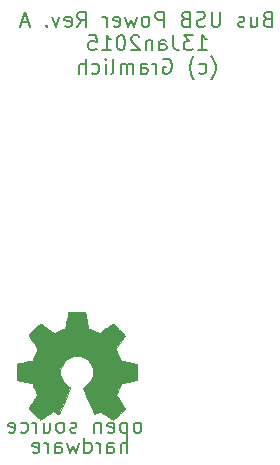
<source format=gbo>
%FSLAX36Y36*%
G04 Gerber Fmt 3.6, Leading zero omitted, Abs format (unit inch)*
G04 Created by KiCad (PCBNEW (2014-jul-16 BZR unknown)-product) date Tue 13 Jan 2015 03:42:58 PM PST*
%MOIN*%
G01*
G04 APERTURE LIST*
%ADD10C,0.003937*%
%ADD11C,0.008000*%
%ADD12C,0.000100*%
G04 APERTURE END LIST*
D10*
D11*
X5510000Y-4018429D02*
X5502857Y-4020810D01*
X5500476Y-4023190D01*
X5498095Y-4027952D01*
X5498095Y-4035095D01*
X5500476Y-4039857D01*
X5502857Y-4042238D01*
X5507619Y-4044619D01*
X5526667Y-4044619D01*
X5526667Y-3994619D01*
X5510000Y-3994619D01*
X5505238Y-3997000D01*
X5502857Y-3999381D01*
X5500476Y-4004143D01*
X5500476Y-4008905D01*
X5502857Y-4013667D01*
X5505238Y-4016048D01*
X5510000Y-4018429D01*
X5526667Y-4018429D01*
X5455238Y-4011286D02*
X5455238Y-4044619D01*
X5476667Y-4011286D02*
X5476667Y-4037476D01*
X5474286Y-4042238D01*
X5469524Y-4044619D01*
X5462381Y-4044619D01*
X5457619Y-4042238D01*
X5455238Y-4039857D01*
X5433809Y-4042238D02*
X5429048Y-4044619D01*
X5419524Y-4044619D01*
X5414762Y-4042238D01*
X5412381Y-4037476D01*
X5412381Y-4035095D01*
X5414762Y-4030333D01*
X5419524Y-4027952D01*
X5426667Y-4027952D01*
X5431429Y-4025571D01*
X5433809Y-4020810D01*
X5433809Y-4018429D01*
X5431429Y-4013667D01*
X5426667Y-4011286D01*
X5419524Y-4011286D01*
X5414762Y-4013667D01*
X5352857Y-3994619D02*
X5352857Y-4035095D01*
X5350476Y-4039857D01*
X5348095Y-4042238D01*
X5343333Y-4044619D01*
X5333809Y-4044619D01*
X5329048Y-4042238D01*
X5326667Y-4039857D01*
X5324286Y-4035095D01*
X5324286Y-3994619D01*
X5302857Y-4042238D02*
X5295714Y-4044619D01*
X5283809Y-4044619D01*
X5279048Y-4042238D01*
X5276667Y-4039857D01*
X5274286Y-4035095D01*
X5274286Y-4030333D01*
X5276667Y-4025571D01*
X5279048Y-4023190D01*
X5283809Y-4020810D01*
X5293333Y-4018429D01*
X5298095Y-4016048D01*
X5300476Y-4013667D01*
X5302857Y-4008905D01*
X5302857Y-4004143D01*
X5300476Y-3999381D01*
X5298095Y-3997000D01*
X5293333Y-3994619D01*
X5281429Y-3994619D01*
X5274286Y-3997000D01*
X5236190Y-4018429D02*
X5229048Y-4020810D01*
X5226667Y-4023190D01*
X5224286Y-4027952D01*
X5224286Y-4035095D01*
X5226667Y-4039857D01*
X5229048Y-4042238D01*
X5233809Y-4044619D01*
X5252857Y-4044619D01*
X5252857Y-3994619D01*
X5236190Y-3994619D01*
X5231429Y-3997000D01*
X5229048Y-3999381D01*
X5226667Y-4004143D01*
X5226667Y-4008905D01*
X5229048Y-4013667D01*
X5231429Y-4016048D01*
X5236190Y-4018429D01*
X5252857Y-4018429D01*
X5164762Y-4044619D02*
X5164762Y-3994619D01*
X5145714Y-3994619D01*
X5140952Y-3997000D01*
X5138571Y-3999381D01*
X5136190Y-4004143D01*
X5136190Y-4011286D01*
X5138571Y-4016048D01*
X5140952Y-4018429D01*
X5145714Y-4020810D01*
X5164762Y-4020810D01*
X5107619Y-4044619D02*
X5112381Y-4042238D01*
X5114762Y-4039857D01*
X5117143Y-4035095D01*
X5117143Y-4020810D01*
X5114762Y-4016048D01*
X5112381Y-4013667D01*
X5107619Y-4011286D01*
X5100476Y-4011286D01*
X5095714Y-4013667D01*
X5093333Y-4016048D01*
X5090952Y-4020810D01*
X5090952Y-4035095D01*
X5093333Y-4039857D01*
X5095714Y-4042238D01*
X5100476Y-4044619D01*
X5107619Y-4044619D01*
X5074286Y-4011286D02*
X5064762Y-4044619D01*
X5055238Y-4020810D01*
X5045714Y-4044619D01*
X5036190Y-4011286D01*
X4998095Y-4042238D02*
X5002857Y-4044619D01*
X5012381Y-4044619D01*
X5017143Y-4042238D01*
X5019524Y-4037476D01*
X5019524Y-4018429D01*
X5017143Y-4013667D01*
X5012381Y-4011286D01*
X5002857Y-4011286D01*
X4998095Y-4013667D01*
X4995714Y-4018429D01*
X4995714Y-4023190D01*
X5019524Y-4027952D01*
X4974286Y-4044619D02*
X4974286Y-4011286D01*
X4974286Y-4020810D02*
X4971905Y-4016048D01*
X4969524Y-4013667D01*
X4964762Y-4011286D01*
X4960000Y-4011286D01*
X4876667Y-4044619D02*
X4893333Y-4020810D01*
X4905238Y-4044619D02*
X4905238Y-3994619D01*
X4886190Y-3994619D01*
X4881429Y-3997000D01*
X4879048Y-3999381D01*
X4876667Y-4004143D01*
X4876667Y-4011286D01*
X4879048Y-4016048D01*
X4881429Y-4018429D01*
X4886190Y-4020810D01*
X4905238Y-4020810D01*
X4836190Y-4042238D02*
X4840952Y-4044619D01*
X4850476Y-4044619D01*
X4855238Y-4042238D01*
X4857619Y-4037476D01*
X4857619Y-4018429D01*
X4855238Y-4013667D01*
X4850476Y-4011286D01*
X4840952Y-4011286D01*
X4836190Y-4013667D01*
X4833809Y-4018429D01*
X4833809Y-4023190D01*
X4857619Y-4027952D01*
X4817143Y-4011286D02*
X4805238Y-4044619D01*
X4793333Y-4011286D01*
X4774286Y-4039857D02*
X4771905Y-4042238D01*
X4774286Y-4044619D01*
X4776667Y-4042238D01*
X4774286Y-4039857D01*
X4774286Y-4044619D01*
X4714762Y-4030333D02*
X4690952Y-4030333D01*
X4719524Y-4044619D02*
X4702857Y-3994619D01*
X4686190Y-4044619D01*
X5279048Y-4122619D02*
X5307619Y-4122619D01*
X5293333Y-4122619D02*
X5293333Y-4072619D01*
X5298095Y-4079762D01*
X5302857Y-4084524D01*
X5307619Y-4086905D01*
X5262381Y-4072619D02*
X5231429Y-4072619D01*
X5248095Y-4091667D01*
X5240952Y-4091667D01*
X5236190Y-4094048D01*
X5233810Y-4096429D01*
X5231429Y-4101190D01*
X5231429Y-4113095D01*
X5233810Y-4117857D01*
X5236190Y-4120238D01*
X5240952Y-4122619D01*
X5255238Y-4122619D01*
X5260000Y-4120238D01*
X5262381Y-4117857D01*
X5195714Y-4072619D02*
X5195714Y-4108333D01*
X5198095Y-4115476D01*
X5202857Y-4120238D01*
X5210000Y-4122619D01*
X5214762Y-4122619D01*
X5150476Y-4122619D02*
X5150476Y-4096429D01*
X5152857Y-4091667D01*
X5157619Y-4089286D01*
X5167143Y-4089286D01*
X5171905Y-4091667D01*
X5150476Y-4120238D02*
X5155238Y-4122619D01*
X5167143Y-4122619D01*
X5171905Y-4120238D01*
X5174286Y-4115476D01*
X5174286Y-4110714D01*
X5171905Y-4105952D01*
X5167143Y-4103571D01*
X5155238Y-4103571D01*
X5150476Y-4101190D01*
X5126667Y-4089286D02*
X5126667Y-4122619D01*
X5126667Y-4094048D02*
X5124286Y-4091667D01*
X5119524Y-4089286D01*
X5112381Y-4089286D01*
X5107619Y-4091667D01*
X5105238Y-4096429D01*
X5105238Y-4122619D01*
X5083809Y-4077381D02*
X5081429Y-4075000D01*
X5076667Y-4072619D01*
X5064762Y-4072619D01*
X5060000Y-4075000D01*
X5057619Y-4077381D01*
X5055238Y-4082143D01*
X5055238Y-4086905D01*
X5057619Y-4094048D01*
X5086190Y-4122619D01*
X5055238Y-4122619D01*
X5024286Y-4072619D02*
X5019524Y-4072619D01*
X5014762Y-4075000D01*
X5012381Y-4077381D01*
X5010000Y-4082143D01*
X5007619Y-4091667D01*
X5007619Y-4103571D01*
X5010000Y-4113095D01*
X5012381Y-4117857D01*
X5014762Y-4120238D01*
X5019524Y-4122619D01*
X5024286Y-4122619D01*
X5029048Y-4120238D01*
X5031429Y-4117857D01*
X5033809Y-4113095D01*
X5036190Y-4103571D01*
X5036190Y-4091667D01*
X5033809Y-4082143D01*
X5031429Y-4077381D01*
X5029048Y-4075000D01*
X5024286Y-4072619D01*
X4960000Y-4122619D02*
X4988571Y-4122619D01*
X4974286Y-4122619D02*
X4974286Y-4072619D01*
X4979048Y-4079762D01*
X4983809Y-4084524D01*
X4988571Y-4086905D01*
X4914762Y-4072619D02*
X4938571Y-4072619D01*
X4940952Y-4096429D01*
X4938571Y-4094048D01*
X4933809Y-4091667D01*
X4921905Y-4091667D01*
X4917143Y-4094048D01*
X4914762Y-4096429D01*
X4912381Y-4101190D01*
X4912381Y-4113095D01*
X4914762Y-4117857D01*
X4917143Y-4120238D01*
X4921905Y-4122619D01*
X4933809Y-4122619D01*
X4938571Y-4120238D01*
X4940952Y-4117857D01*
X5323095Y-4219667D02*
X5325476Y-4217286D01*
X5330238Y-4210143D01*
X5332619Y-4205381D01*
X5335000Y-4198238D01*
X5337381Y-4186333D01*
X5337381Y-4176810D01*
X5335000Y-4164905D01*
X5332619Y-4157762D01*
X5330238Y-4153000D01*
X5325476Y-4145857D01*
X5323095Y-4143476D01*
X5282619Y-4198238D02*
X5287381Y-4200619D01*
X5296905Y-4200619D01*
X5301667Y-4198238D01*
X5304048Y-4195857D01*
X5306429Y-4191095D01*
X5306429Y-4176810D01*
X5304048Y-4172048D01*
X5301667Y-4169667D01*
X5296905Y-4167286D01*
X5287381Y-4167286D01*
X5282619Y-4169667D01*
X5265952Y-4219667D02*
X5263571Y-4217286D01*
X5258810Y-4210143D01*
X5256429Y-4205381D01*
X5254048Y-4198238D01*
X5251667Y-4186333D01*
X5251667Y-4176810D01*
X5254048Y-4164905D01*
X5256429Y-4157762D01*
X5258810Y-4153000D01*
X5263571Y-4145857D01*
X5265952Y-4143476D01*
X5163571Y-4153000D02*
X5168333Y-4150619D01*
X5175476Y-4150619D01*
X5182619Y-4153000D01*
X5187381Y-4157762D01*
X5189762Y-4162524D01*
X5192143Y-4172048D01*
X5192143Y-4179190D01*
X5189762Y-4188714D01*
X5187381Y-4193476D01*
X5182619Y-4198238D01*
X5175476Y-4200619D01*
X5170714Y-4200619D01*
X5163571Y-4198238D01*
X5161190Y-4195857D01*
X5161190Y-4179190D01*
X5170714Y-4179190D01*
X5139762Y-4200619D02*
X5139762Y-4167286D01*
X5139762Y-4176810D02*
X5137381Y-4172048D01*
X5135000Y-4169667D01*
X5130238Y-4167286D01*
X5125476Y-4167286D01*
X5087381Y-4200619D02*
X5087381Y-4174429D01*
X5089762Y-4169667D01*
X5094524Y-4167286D01*
X5104048Y-4167286D01*
X5108810Y-4169667D01*
X5087381Y-4198238D02*
X5092143Y-4200619D01*
X5104048Y-4200619D01*
X5108810Y-4198238D01*
X5111190Y-4193476D01*
X5111190Y-4188714D01*
X5108810Y-4183952D01*
X5104048Y-4181571D01*
X5092143Y-4181571D01*
X5087381Y-4179190D01*
X5063571Y-4200619D02*
X5063571Y-4167286D01*
X5063571Y-4172048D02*
X5061190Y-4169667D01*
X5056429Y-4167286D01*
X5049286Y-4167286D01*
X5044524Y-4169667D01*
X5042143Y-4174429D01*
X5042143Y-4200619D01*
X5042143Y-4174429D02*
X5039762Y-4169667D01*
X5035000Y-4167286D01*
X5027857Y-4167286D01*
X5023095Y-4169667D01*
X5020714Y-4174429D01*
X5020714Y-4200619D01*
X4989762Y-4200619D02*
X4994524Y-4198238D01*
X4996905Y-4193476D01*
X4996905Y-4150619D01*
X4970714Y-4200619D02*
X4970714Y-4167286D01*
X4970714Y-4150619D02*
X4973095Y-4153000D01*
X4970714Y-4155381D01*
X4968333Y-4153000D01*
X4970714Y-4150619D01*
X4970714Y-4155381D01*
X4925476Y-4198238D02*
X4930238Y-4200619D01*
X4939762Y-4200619D01*
X4944524Y-4198238D01*
X4946905Y-4195857D01*
X4949286Y-4191095D01*
X4949286Y-4176810D01*
X4946905Y-4172048D01*
X4944524Y-4169667D01*
X4939762Y-4167286D01*
X4930238Y-4167286D01*
X4925476Y-4169667D01*
X4904048Y-4200619D02*
X4904048Y-4150619D01*
X4882619Y-4200619D02*
X4882619Y-4174429D01*
X4885000Y-4169667D01*
X4889762Y-4167286D01*
X4896905Y-4167286D01*
X4901667Y-4169667D01*
X4904048Y-4172048D01*
X5043395Y-5464619D02*
X5043395Y-5414619D01*
X5021967Y-5464619D02*
X5021967Y-5438429D01*
X5024348Y-5433667D01*
X5029110Y-5431286D01*
X5036252Y-5431286D01*
X5041014Y-5433667D01*
X5043395Y-5436048D01*
X4976729Y-5464619D02*
X4976729Y-5438429D01*
X4979110Y-5433667D01*
X4983871Y-5431286D01*
X4993395Y-5431286D01*
X4998157Y-5433667D01*
X4976729Y-5462238D02*
X4981490Y-5464619D01*
X4993395Y-5464619D01*
X4998157Y-5462238D01*
X5000538Y-5457476D01*
X5000538Y-5452714D01*
X4998157Y-5447952D01*
X4993395Y-5445571D01*
X4981490Y-5445571D01*
X4976729Y-5443190D01*
X4952919Y-5464619D02*
X4952919Y-5431286D01*
X4952919Y-5440810D02*
X4950538Y-5436048D01*
X4948157Y-5433667D01*
X4943395Y-5431286D01*
X4938633Y-5431286D01*
X4900538Y-5464619D02*
X4900538Y-5414619D01*
X4900538Y-5462238D02*
X4905300Y-5464619D01*
X4914824Y-5464619D01*
X4919586Y-5462238D01*
X4921967Y-5459857D01*
X4924348Y-5455095D01*
X4924348Y-5440810D01*
X4921967Y-5436048D01*
X4919586Y-5433667D01*
X4914824Y-5431286D01*
X4905300Y-5431286D01*
X4900538Y-5433667D01*
X4881490Y-5431286D02*
X4871967Y-5464619D01*
X4862443Y-5440810D01*
X4852919Y-5464619D01*
X4843395Y-5431286D01*
X4802919Y-5464619D02*
X4802919Y-5438429D01*
X4805300Y-5433667D01*
X4810062Y-5431286D01*
X4819586Y-5431286D01*
X4824348Y-5433667D01*
X4802919Y-5462238D02*
X4807681Y-5464619D01*
X4819586Y-5464619D01*
X4824348Y-5462238D01*
X4826729Y-5457476D01*
X4826729Y-5452714D01*
X4824348Y-5447952D01*
X4819586Y-5445571D01*
X4807681Y-5445571D01*
X4802919Y-5443190D01*
X4779109Y-5464619D02*
X4779109Y-5431286D01*
X4779109Y-5440810D02*
X4776729Y-5436048D01*
X4774348Y-5433667D01*
X4769586Y-5431286D01*
X4764824Y-5431286D01*
X4729110Y-5462238D02*
X4733871Y-5464619D01*
X4743395Y-5464619D01*
X4748157Y-5462238D01*
X4750538Y-5457476D01*
X4750538Y-5438429D01*
X4748157Y-5433667D01*
X4743395Y-5431286D01*
X4733871Y-5431286D01*
X4729110Y-5433667D01*
X4726729Y-5438429D01*
X4726729Y-5443190D01*
X4750538Y-5447952D01*
X5080952Y-5397619D02*
X5085714Y-5395238D01*
X5088095Y-5392857D01*
X5090476Y-5388095D01*
X5090476Y-5373810D01*
X5088095Y-5369048D01*
X5085714Y-5366667D01*
X5080952Y-5364286D01*
X5073810Y-5364286D01*
X5069048Y-5366667D01*
X5066667Y-5369048D01*
X5064286Y-5373810D01*
X5064286Y-5388095D01*
X5066667Y-5392857D01*
X5069048Y-5395238D01*
X5073810Y-5397619D01*
X5080952Y-5397619D01*
X5042857Y-5364286D02*
X5042857Y-5414286D01*
X5042857Y-5366667D02*
X5038095Y-5364286D01*
X5028571Y-5364286D01*
X5023810Y-5366667D01*
X5021429Y-5369048D01*
X5019048Y-5373810D01*
X5019048Y-5388095D01*
X5021429Y-5392857D01*
X5023810Y-5395238D01*
X5028571Y-5397619D01*
X5038095Y-5397619D01*
X5042857Y-5395238D01*
X4978571Y-5395238D02*
X4983333Y-5397619D01*
X4992857Y-5397619D01*
X4997619Y-5395238D01*
X5000000Y-5390476D01*
X5000000Y-5371429D01*
X4997619Y-5366667D01*
X4992857Y-5364286D01*
X4983333Y-5364286D01*
X4978571Y-5366667D01*
X4976190Y-5371429D01*
X4976190Y-5376190D01*
X5000000Y-5380952D01*
X4954762Y-5364286D02*
X4954762Y-5397619D01*
X4954762Y-5369048D02*
X4952381Y-5366667D01*
X4947619Y-5364286D01*
X4940476Y-5364286D01*
X4935714Y-5366667D01*
X4933333Y-5371429D01*
X4933333Y-5397619D01*
X4873809Y-5395238D02*
X4869048Y-5397619D01*
X4859524Y-5397619D01*
X4854762Y-5395238D01*
X4852381Y-5390476D01*
X4852381Y-5388095D01*
X4854762Y-5383333D01*
X4859524Y-5380952D01*
X4866667Y-5380952D01*
X4871429Y-5378571D01*
X4873809Y-5373810D01*
X4873809Y-5371429D01*
X4871429Y-5366667D01*
X4866667Y-5364286D01*
X4859524Y-5364286D01*
X4854762Y-5366667D01*
X4823809Y-5397619D02*
X4828571Y-5395238D01*
X4830952Y-5392857D01*
X4833333Y-5388095D01*
X4833333Y-5373810D01*
X4830952Y-5369048D01*
X4828571Y-5366667D01*
X4823809Y-5364286D01*
X4816667Y-5364286D01*
X4811905Y-5366667D01*
X4809524Y-5369048D01*
X4807143Y-5373810D01*
X4807143Y-5388095D01*
X4809524Y-5392857D01*
X4811905Y-5395238D01*
X4816667Y-5397619D01*
X4823809Y-5397619D01*
X4764286Y-5364286D02*
X4764286Y-5397619D01*
X4785714Y-5364286D02*
X4785714Y-5390476D01*
X4783333Y-5395238D01*
X4778571Y-5397619D01*
X4771429Y-5397619D01*
X4766667Y-5395238D01*
X4764286Y-5392857D01*
X4740476Y-5397619D02*
X4740476Y-5364286D01*
X4740476Y-5373810D02*
X4738095Y-5369048D01*
X4735714Y-5366667D01*
X4730952Y-5364286D01*
X4726190Y-5364286D01*
X4688095Y-5395238D02*
X4692857Y-5397619D01*
X4702381Y-5397619D01*
X4707143Y-5395238D01*
X4709524Y-5392857D01*
X4711905Y-5388095D01*
X4711905Y-5373810D01*
X4709524Y-5369048D01*
X4707143Y-5366667D01*
X4702381Y-5364286D01*
X4692857Y-5364286D01*
X4688095Y-5366667D01*
X4647619Y-5395238D02*
X4652381Y-5397619D01*
X4661905Y-5397619D01*
X4666667Y-5395238D01*
X4669048Y-5390476D01*
X4669048Y-5371429D01*
X4666667Y-5366667D01*
X4661905Y-5364286D01*
X4652381Y-5364286D01*
X4647619Y-5366667D01*
X4645238Y-5371429D01*
X4645238Y-5376190D01*
X4669048Y-5380952D01*
D12*
G36*
X4996200Y-5354600D02*
X4994100Y-5353600D01*
X4989400Y-5350600D01*
X4982800Y-5346200D01*
X4974900Y-5340900D01*
X4967000Y-5335600D01*
X4960400Y-5331200D01*
X4955900Y-5328300D01*
X4954000Y-5327200D01*
X4953000Y-5327600D01*
X4949200Y-5329400D01*
X4943700Y-5332300D01*
X4940600Y-5333900D01*
X4935500Y-5336100D01*
X4933100Y-5336500D01*
X4932600Y-5335800D01*
X4930800Y-5332000D01*
X4927900Y-5325400D01*
X4924100Y-5316800D01*
X4919800Y-5306600D01*
X4915200Y-5295700D01*
X4910500Y-5284500D01*
X4906100Y-5273800D01*
X4902200Y-5264300D01*
X4899100Y-5256500D01*
X4897000Y-5251100D01*
X4896200Y-5248700D01*
X4896500Y-5248300D01*
X4899000Y-5245800D01*
X4903400Y-5242500D01*
X4912800Y-5234900D01*
X4922200Y-5223200D01*
X4927900Y-5209900D01*
X4929700Y-5195200D01*
X4928100Y-5181600D01*
X4922800Y-5168500D01*
X4913600Y-5156700D01*
X4902500Y-5147900D01*
X4889600Y-5142400D01*
X4875000Y-5140600D01*
X4861100Y-5142200D01*
X4847700Y-5147400D01*
X4835900Y-5156400D01*
X4830900Y-5162200D01*
X4824000Y-5174100D01*
X4820100Y-5186900D01*
X4819700Y-5190200D01*
X4820300Y-5204200D01*
X4824400Y-5217700D01*
X4831900Y-5229700D01*
X4842200Y-5239600D01*
X4843400Y-5240500D01*
X4848200Y-5244100D01*
X4851400Y-5246500D01*
X4853900Y-5248600D01*
X4836000Y-5291600D01*
X4833200Y-5298500D01*
X4828300Y-5310200D01*
X4823900Y-5320400D01*
X4820500Y-5328500D01*
X4818100Y-5333800D01*
X4817100Y-5336000D01*
X4816900Y-5336100D01*
X4815400Y-5336400D01*
X4812100Y-5335200D01*
X4806100Y-5332300D01*
X4802100Y-5330300D01*
X4797500Y-5328100D01*
X4795500Y-5327200D01*
X4793800Y-5328200D01*
X4789300Y-5331000D01*
X4782900Y-5335300D01*
X4775200Y-5340500D01*
X4767900Y-5345500D01*
X4761200Y-5350000D01*
X4756200Y-5353100D01*
X4753900Y-5354400D01*
X4753500Y-5354400D01*
X4751400Y-5353200D01*
X4747500Y-5350000D01*
X4741600Y-5344400D01*
X4733300Y-5336300D01*
X4732100Y-5335000D01*
X4725300Y-5328100D01*
X4719700Y-5322200D01*
X4716000Y-5318100D01*
X4714700Y-5316200D01*
X4714700Y-5316200D01*
X4715900Y-5313900D01*
X4719000Y-5309000D01*
X4723500Y-5302100D01*
X4728900Y-5294100D01*
X4743200Y-5273400D01*
X4735300Y-5253900D01*
X4732900Y-5247900D01*
X4729900Y-5240600D01*
X4727600Y-5235400D01*
X4726400Y-5233200D01*
X4724300Y-5232400D01*
X4719000Y-5231100D01*
X4711200Y-5229500D01*
X4702000Y-5227800D01*
X4693200Y-5226200D01*
X4685200Y-5224700D01*
X4679400Y-5223600D01*
X4676800Y-5223000D01*
X4676200Y-5222700D01*
X4675700Y-5221400D01*
X4675400Y-5218700D01*
X4675200Y-5213900D01*
X4675100Y-5206300D01*
X4675100Y-5195200D01*
X4675100Y-5194000D01*
X4675200Y-5183500D01*
X4675300Y-5175100D01*
X4675600Y-5169700D01*
X4676000Y-5167500D01*
X4676000Y-5167500D01*
X4678500Y-5166900D01*
X4684100Y-5165700D01*
X4692100Y-5164100D01*
X4701600Y-5162300D01*
X4702200Y-5162200D01*
X4711600Y-5160400D01*
X4719600Y-5158700D01*
X4725100Y-5157400D01*
X4727500Y-5156700D01*
X4727900Y-5156000D01*
X4729900Y-5152400D01*
X4732600Y-5146500D01*
X4735700Y-5139300D01*
X4738800Y-5131900D01*
X4741500Y-5125200D01*
X4743300Y-5120200D01*
X4743800Y-5118000D01*
X4743800Y-5117900D01*
X4742300Y-5115600D01*
X4739100Y-5110800D01*
X4734500Y-5103900D01*
X4729000Y-5095900D01*
X4728500Y-5095300D01*
X4723100Y-5087300D01*
X4718700Y-5080500D01*
X4715800Y-5075700D01*
X4714700Y-5073500D01*
X4714700Y-5073400D01*
X4716500Y-5071000D01*
X4720600Y-5066500D01*
X4726400Y-5060400D01*
X4733400Y-5053300D01*
X4735600Y-5051100D01*
X4743400Y-5043500D01*
X4748800Y-5038600D01*
X4752200Y-5035900D01*
X4753800Y-5035300D01*
X4753800Y-5035400D01*
X4756200Y-5036800D01*
X4761300Y-5040100D01*
X4768100Y-5044800D01*
X4776200Y-5050300D01*
X4776800Y-5050700D01*
X4784800Y-5056100D01*
X4791500Y-5060600D01*
X4796200Y-5063700D01*
X4798300Y-5065000D01*
X4798600Y-5065000D01*
X4801900Y-5064000D01*
X4807600Y-5062000D01*
X4814600Y-5059300D01*
X4822000Y-5056400D01*
X4828700Y-5053500D01*
X4833700Y-5051200D01*
X4836100Y-5049900D01*
X4836200Y-5049700D01*
X4837000Y-5046900D01*
X4838400Y-5040900D01*
X4840100Y-5032700D01*
X4841900Y-5022900D01*
X4842200Y-5021300D01*
X4844000Y-5011800D01*
X4845600Y-5003900D01*
X4846700Y-4998500D01*
X4847200Y-4996200D01*
X4848600Y-4995900D01*
X4853300Y-4995600D01*
X4860400Y-4995400D01*
X4869000Y-4995300D01*
X4878000Y-4995400D01*
X4886900Y-4995500D01*
X4894400Y-4995800D01*
X4899800Y-4996200D01*
X4902100Y-4996600D01*
X4902100Y-4996800D01*
X4903000Y-4999700D01*
X4904300Y-5005700D01*
X4906000Y-5014000D01*
X4907800Y-5023800D01*
X4908200Y-5025500D01*
X4910000Y-5035000D01*
X4911600Y-5042800D01*
X4912700Y-5048200D01*
X4913300Y-5050300D01*
X4914200Y-5050800D01*
X4918100Y-5052500D01*
X4924500Y-5055100D01*
X4932400Y-5058300D01*
X4950700Y-5065700D01*
X4973100Y-5050300D01*
X4975200Y-5048900D01*
X4983300Y-5043400D01*
X4989900Y-5039000D01*
X4994500Y-5036000D01*
X4996400Y-5034900D01*
X4996600Y-5035000D01*
X4998800Y-5037000D01*
X5003300Y-5041200D01*
X5009300Y-5047100D01*
X5016400Y-5054100D01*
X5021600Y-5059300D01*
X5027800Y-5065600D01*
X5031700Y-5069900D01*
X5033900Y-5072600D01*
X5034600Y-5074200D01*
X5034500Y-5075300D01*
X5033000Y-5077600D01*
X5029700Y-5082600D01*
X5025100Y-5089400D01*
X5019600Y-5097300D01*
X5015100Y-5103900D01*
X5010200Y-5111500D01*
X5007100Y-5116900D01*
X5006000Y-5119500D01*
X5006300Y-5120600D01*
X5007800Y-5125000D01*
X5010500Y-5131600D01*
X5013900Y-5139500D01*
X5021700Y-5157300D01*
X5033300Y-5159500D01*
X5040400Y-5160900D01*
X5050200Y-5162800D01*
X5059700Y-5164600D01*
X5074400Y-5167500D01*
X5075000Y-5221700D01*
X5072700Y-5222600D01*
X5070500Y-5223200D01*
X5065000Y-5224400D01*
X5057200Y-5226000D01*
X5048000Y-5227700D01*
X5040200Y-5229200D01*
X5032300Y-5230700D01*
X5026600Y-5231800D01*
X5024100Y-5232300D01*
X5023500Y-5233200D01*
X5021500Y-5237000D01*
X5018700Y-5243100D01*
X5015500Y-5250400D01*
X5012400Y-5258000D01*
X5009600Y-5265000D01*
X5007700Y-5270300D01*
X5006900Y-5273100D01*
X5008000Y-5275200D01*
X5011000Y-5279800D01*
X5015400Y-5286400D01*
X5020700Y-5294300D01*
X5026100Y-5302100D01*
X5030600Y-5308800D01*
X5033800Y-5313700D01*
X5035100Y-5315900D01*
X5034500Y-5317400D01*
X5031300Y-5321200D01*
X5025400Y-5327300D01*
X5016600Y-5336000D01*
X5015100Y-5337400D01*
X5008100Y-5344200D01*
X5002200Y-5349600D01*
X4998100Y-5353300D01*
X4996200Y-5354600D01*
X4996200Y-5354600D01*
G37*
X4996200Y-5354600D02*
X4994100Y-5353600D01*
X4989400Y-5350600D01*
X4982800Y-5346200D01*
X4974900Y-5340900D01*
X4967000Y-5335600D01*
X4960400Y-5331200D01*
X4955900Y-5328300D01*
X4954000Y-5327200D01*
X4953000Y-5327600D01*
X4949200Y-5329400D01*
X4943700Y-5332300D01*
X4940600Y-5333900D01*
X4935500Y-5336100D01*
X4933100Y-5336500D01*
X4932600Y-5335800D01*
X4930800Y-5332000D01*
X4927900Y-5325400D01*
X4924100Y-5316800D01*
X4919800Y-5306600D01*
X4915200Y-5295700D01*
X4910500Y-5284500D01*
X4906100Y-5273800D01*
X4902200Y-5264300D01*
X4899100Y-5256500D01*
X4897000Y-5251100D01*
X4896200Y-5248700D01*
X4896500Y-5248300D01*
X4899000Y-5245800D01*
X4903400Y-5242500D01*
X4912800Y-5234900D01*
X4922200Y-5223200D01*
X4927900Y-5209900D01*
X4929700Y-5195200D01*
X4928100Y-5181600D01*
X4922800Y-5168500D01*
X4913600Y-5156700D01*
X4902500Y-5147900D01*
X4889600Y-5142400D01*
X4875000Y-5140600D01*
X4861100Y-5142200D01*
X4847700Y-5147400D01*
X4835900Y-5156400D01*
X4830900Y-5162200D01*
X4824000Y-5174100D01*
X4820100Y-5186900D01*
X4819700Y-5190200D01*
X4820300Y-5204200D01*
X4824400Y-5217700D01*
X4831900Y-5229700D01*
X4842200Y-5239600D01*
X4843400Y-5240500D01*
X4848200Y-5244100D01*
X4851400Y-5246500D01*
X4853900Y-5248600D01*
X4836000Y-5291600D01*
X4833200Y-5298500D01*
X4828300Y-5310200D01*
X4823900Y-5320400D01*
X4820500Y-5328500D01*
X4818100Y-5333800D01*
X4817100Y-5336000D01*
X4816900Y-5336100D01*
X4815400Y-5336400D01*
X4812100Y-5335200D01*
X4806100Y-5332300D01*
X4802100Y-5330300D01*
X4797500Y-5328100D01*
X4795500Y-5327200D01*
X4793800Y-5328200D01*
X4789300Y-5331000D01*
X4782900Y-5335300D01*
X4775200Y-5340500D01*
X4767900Y-5345500D01*
X4761200Y-5350000D01*
X4756200Y-5353100D01*
X4753900Y-5354400D01*
X4753500Y-5354400D01*
X4751400Y-5353200D01*
X4747500Y-5350000D01*
X4741600Y-5344400D01*
X4733300Y-5336300D01*
X4732100Y-5335000D01*
X4725300Y-5328100D01*
X4719700Y-5322200D01*
X4716000Y-5318100D01*
X4714700Y-5316200D01*
X4714700Y-5316200D01*
X4715900Y-5313900D01*
X4719000Y-5309000D01*
X4723500Y-5302100D01*
X4728900Y-5294100D01*
X4743200Y-5273400D01*
X4735300Y-5253900D01*
X4732900Y-5247900D01*
X4729900Y-5240600D01*
X4727600Y-5235400D01*
X4726400Y-5233200D01*
X4724300Y-5232400D01*
X4719000Y-5231100D01*
X4711200Y-5229500D01*
X4702000Y-5227800D01*
X4693200Y-5226200D01*
X4685200Y-5224700D01*
X4679400Y-5223600D01*
X4676800Y-5223000D01*
X4676200Y-5222700D01*
X4675700Y-5221400D01*
X4675400Y-5218700D01*
X4675200Y-5213900D01*
X4675100Y-5206300D01*
X4675100Y-5195200D01*
X4675100Y-5194000D01*
X4675200Y-5183500D01*
X4675300Y-5175100D01*
X4675600Y-5169700D01*
X4676000Y-5167500D01*
X4676000Y-5167500D01*
X4678500Y-5166900D01*
X4684100Y-5165700D01*
X4692100Y-5164100D01*
X4701600Y-5162300D01*
X4702200Y-5162200D01*
X4711600Y-5160400D01*
X4719600Y-5158700D01*
X4725100Y-5157400D01*
X4727500Y-5156700D01*
X4727900Y-5156000D01*
X4729900Y-5152400D01*
X4732600Y-5146500D01*
X4735700Y-5139300D01*
X4738800Y-5131900D01*
X4741500Y-5125200D01*
X4743300Y-5120200D01*
X4743800Y-5118000D01*
X4743800Y-5117900D01*
X4742300Y-5115600D01*
X4739100Y-5110800D01*
X4734500Y-5103900D01*
X4729000Y-5095900D01*
X4728500Y-5095300D01*
X4723100Y-5087300D01*
X4718700Y-5080500D01*
X4715800Y-5075700D01*
X4714700Y-5073500D01*
X4714700Y-5073400D01*
X4716500Y-5071000D01*
X4720600Y-5066500D01*
X4726400Y-5060400D01*
X4733400Y-5053300D01*
X4735600Y-5051100D01*
X4743400Y-5043500D01*
X4748800Y-5038600D01*
X4752200Y-5035900D01*
X4753800Y-5035300D01*
X4753800Y-5035400D01*
X4756200Y-5036800D01*
X4761300Y-5040100D01*
X4768100Y-5044800D01*
X4776200Y-5050300D01*
X4776800Y-5050700D01*
X4784800Y-5056100D01*
X4791500Y-5060600D01*
X4796200Y-5063700D01*
X4798300Y-5065000D01*
X4798600Y-5065000D01*
X4801900Y-5064000D01*
X4807600Y-5062000D01*
X4814600Y-5059300D01*
X4822000Y-5056400D01*
X4828700Y-5053500D01*
X4833700Y-5051200D01*
X4836100Y-5049900D01*
X4836200Y-5049700D01*
X4837000Y-5046900D01*
X4838400Y-5040900D01*
X4840100Y-5032700D01*
X4841900Y-5022900D01*
X4842200Y-5021300D01*
X4844000Y-5011800D01*
X4845600Y-5003900D01*
X4846700Y-4998500D01*
X4847200Y-4996200D01*
X4848600Y-4995900D01*
X4853300Y-4995600D01*
X4860400Y-4995400D01*
X4869000Y-4995300D01*
X4878000Y-4995400D01*
X4886900Y-4995500D01*
X4894400Y-4995800D01*
X4899800Y-4996200D01*
X4902100Y-4996600D01*
X4902100Y-4996800D01*
X4903000Y-4999700D01*
X4904300Y-5005700D01*
X4906000Y-5014000D01*
X4907800Y-5023800D01*
X4908200Y-5025500D01*
X4910000Y-5035000D01*
X4911600Y-5042800D01*
X4912700Y-5048200D01*
X4913300Y-5050300D01*
X4914200Y-5050800D01*
X4918100Y-5052500D01*
X4924500Y-5055100D01*
X4932400Y-5058300D01*
X4950700Y-5065700D01*
X4973100Y-5050300D01*
X4975200Y-5048900D01*
X4983300Y-5043400D01*
X4989900Y-5039000D01*
X4994500Y-5036000D01*
X4996400Y-5034900D01*
X4996600Y-5035000D01*
X4998800Y-5037000D01*
X5003300Y-5041200D01*
X5009300Y-5047100D01*
X5016400Y-5054100D01*
X5021600Y-5059300D01*
X5027800Y-5065600D01*
X5031700Y-5069900D01*
X5033900Y-5072600D01*
X5034600Y-5074200D01*
X5034500Y-5075300D01*
X5033000Y-5077600D01*
X5029700Y-5082600D01*
X5025100Y-5089400D01*
X5019600Y-5097300D01*
X5015100Y-5103900D01*
X5010200Y-5111500D01*
X5007100Y-5116900D01*
X5006000Y-5119500D01*
X5006300Y-5120600D01*
X5007800Y-5125000D01*
X5010500Y-5131600D01*
X5013900Y-5139500D01*
X5021700Y-5157300D01*
X5033300Y-5159500D01*
X5040400Y-5160900D01*
X5050200Y-5162800D01*
X5059700Y-5164600D01*
X5074400Y-5167500D01*
X5075000Y-5221700D01*
X5072700Y-5222600D01*
X5070500Y-5223200D01*
X5065000Y-5224400D01*
X5057200Y-5226000D01*
X5048000Y-5227700D01*
X5040200Y-5229200D01*
X5032300Y-5230700D01*
X5026600Y-5231800D01*
X5024100Y-5232300D01*
X5023500Y-5233200D01*
X5021500Y-5237000D01*
X5018700Y-5243100D01*
X5015500Y-5250400D01*
X5012400Y-5258000D01*
X5009600Y-5265000D01*
X5007700Y-5270300D01*
X5006900Y-5273100D01*
X5008000Y-5275200D01*
X5011000Y-5279800D01*
X5015400Y-5286400D01*
X5020700Y-5294300D01*
X5026100Y-5302100D01*
X5030600Y-5308800D01*
X5033800Y-5313700D01*
X5035100Y-5315900D01*
X5034500Y-5317400D01*
X5031300Y-5321200D01*
X5025400Y-5327300D01*
X5016600Y-5336000D01*
X5015100Y-5337400D01*
X5008100Y-5344200D01*
X5002200Y-5349600D01*
X4998100Y-5353300D01*
X4996200Y-5354600D01*
M02*

</source>
